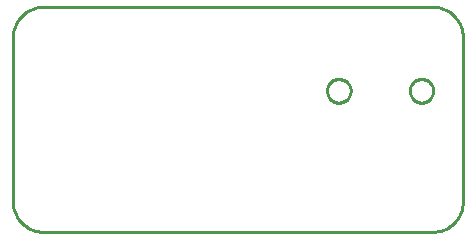
<source format=gbr>
G04 EAGLE Gerber RS-274X export*
G75*
%MOMM*%
%FSLAX34Y34*%
%LPD*%
%IN*%
%IPPOS*%
%AMOC8*
5,1,8,0,0,1.08239X$1,22.5*%
G01*
%ADD10C,0.254000*%


D10*
X0Y25400D02*
X97Y23186D01*
X386Y20989D01*
X865Y18826D01*
X1532Y16713D01*
X2380Y14666D01*
X3403Y12700D01*
X4594Y10831D01*
X5942Y9073D01*
X7440Y7440D01*
X9073Y5942D01*
X10831Y4594D01*
X12700Y3403D01*
X14666Y2380D01*
X16713Y1532D01*
X18826Y865D01*
X20989Y386D01*
X23186Y97D01*
X25400Y0D01*
X355600Y0D01*
X357814Y97D01*
X360011Y386D01*
X362174Y865D01*
X364287Y1532D01*
X366335Y2380D01*
X368300Y3403D01*
X370169Y4594D01*
X371927Y5942D01*
X373561Y7440D01*
X375058Y9073D01*
X376406Y10831D01*
X377597Y12700D01*
X378620Y14666D01*
X379468Y16713D01*
X380135Y18826D01*
X380614Y20989D01*
X380903Y23186D01*
X381000Y25400D01*
X381000Y165100D01*
X380903Y167314D01*
X380614Y169511D01*
X380135Y171674D01*
X379468Y173787D01*
X378620Y175835D01*
X377597Y177800D01*
X376406Y179669D01*
X375058Y181427D01*
X373561Y183061D01*
X371927Y184558D01*
X370169Y185906D01*
X368300Y187097D01*
X366335Y188120D01*
X364287Y188968D01*
X362174Y189635D01*
X360011Y190114D01*
X357814Y190403D01*
X355600Y190500D01*
X25400Y190500D01*
X23186Y190403D01*
X20989Y190114D01*
X18826Y189635D01*
X16713Y188968D01*
X14666Y188120D01*
X12700Y187097D01*
X10831Y185906D01*
X9073Y184558D01*
X7440Y183061D01*
X5942Y181427D01*
X4594Y179669D01*
X3403Y177800D01*
X2380Y175835D01*
X1532Y173787D01*
X865Y171674D01*
X386Y169511D01*
X97Y167314D01*
X0Y165100D01*
X0Y25400D01*
X336000Y119817D02*
X336076Y120687D01*
X336228Y121546D01*
X336454Y122390D01*
X336752Y123210D01*
X337121Y124002D01*
X337558Y124758D01*
X338059Y125473D01*
X338620Y126142D01*
X339238Y126760D01*
X339907Y127321D01*
X340622Y127822D01*
X341378Y128259D01*
X342170Y128628D01*
X342990Y128926D01*
X343834Y129152D01*
X344694Y129304D01*
X345563Y129380D01*
X346437Y129380D01*
X347307Y129304D01*
X348166Y129152D01*
X349010Y128926D01*
X349830Y128628D01*
X350622Y128259D01*
X351378Y127822D01*
X352093Y127321D01*
X352762Y126760D01*
X353380Y126142D01*
X353941Y125473D01*
X354442Y124758D01*
X354879Y124002D01*
X355248Y123210D01*
X355546Y122390D01*
X355772Y121546D01*
X355924Y120687D01*
X356000Y119817D01*
X356000Y118943D01*
X355924Y118074D01*
X355772Y117214D01*
X355546Y116370D01*
X355248Y115550D01*
X354879Y114758D01*
X354442Y114002D01*
X353941Y113287D01*
X353380Y112618D01*
X352762Y112000D01*
X352093Y111439D01*
X351378Y110938D01*
X350622Y110501D01*
X349830Y110132D01*
X349010Y109834D01*
X348166Y109608D01*
X347307Y109456D01*
X346437Y109380D01*
X345563Y109380D01*
X344694Y109456D01*
X343834Y109608D01*
X342990Y109834D01*
X342170Y110132D01*
X341378Y110501D01*
X340622Y110938D01*
X339907Y111439D01*
X339238Y112000D01*
X338620Y112618D01*
X338059Y113287D01*
X337558Y114002D01*
X337121Y114758D01*
X336752Y115550D01*
X336454Y116370D01*
X336228Y117214D01*
X336076Y118074D01*
X336000Y118943D01*
X336000Y119817D01*
X266000Y119817D02*
X266076Y120687D01*
X266228Y121546D01*
X266454Y122390D01*
X266752Y123210D01*
X267121Y124002D01*
X267558Y124758D01*
X268059Y125473D01*
X268620Y126142D01*
X269238Y126760D01*
X269907Y127321D01*
X270622Y127822D01*
X271378Y128259D01*
X272170Y128628D01*
X272990Y128926D01*
X273834Y129152D01*
X274694Y129304D01*
X275563Y129380D01*
X276437Y129380D01*
X277307Y129304D01*
X278166Y129152D01*
X279010Y128926D01*
X279830Y128628D01*
X280622Y128259D01*
X281378Y127822D01*
X282093Y127321D01*
X282762Y126760D01*
X283380Y126142D01*
X283941Y125473D01*
X284442Y124758D01*
X284879Y124002D01*
X285248Y123210D01*
X285546Y122390D01*
X285772Y121546D01*
X285924Y120687D01*
X286000Y119817D01*
X286000Y118943D01*
X285924Y118074D01*
X285772Y117214D01*
X285546Y116370D01*
X285248Y115550D01*
X284879Y114758D01*
X284442Y114002D01*
X283941Y113287D01*
X283380Y112618D01*
X282762Y112000D01*
X282093Y111439D01*
X281378Y110938D01*
X280622Y110501D01*
X279830Y110132D01*
X279010Y109834D01*
X278166Y109608D01*
X277307Y109456D01*
X276437Y109380D01*
X275563Y109380D01*
X274694Y109456D01*
X273834Y109608D01*
X272990Y109834D01*
X272170Y110132D01*
X271378Y110501D01*
X270622Y110938D01*
X269907Y111439D01*
X269238Y112000D01*
X268620Y112618D01*
X268059Y113287D01*
X267558Y114002D01*
X267121Y114758D01*
X266752Y115550D01*
X266454Y116370D01*
X266228Y117214D01*
X266076Y118074D01*
X266000Y118943D01*
X266000Y119817D01*
M02*

</source>
